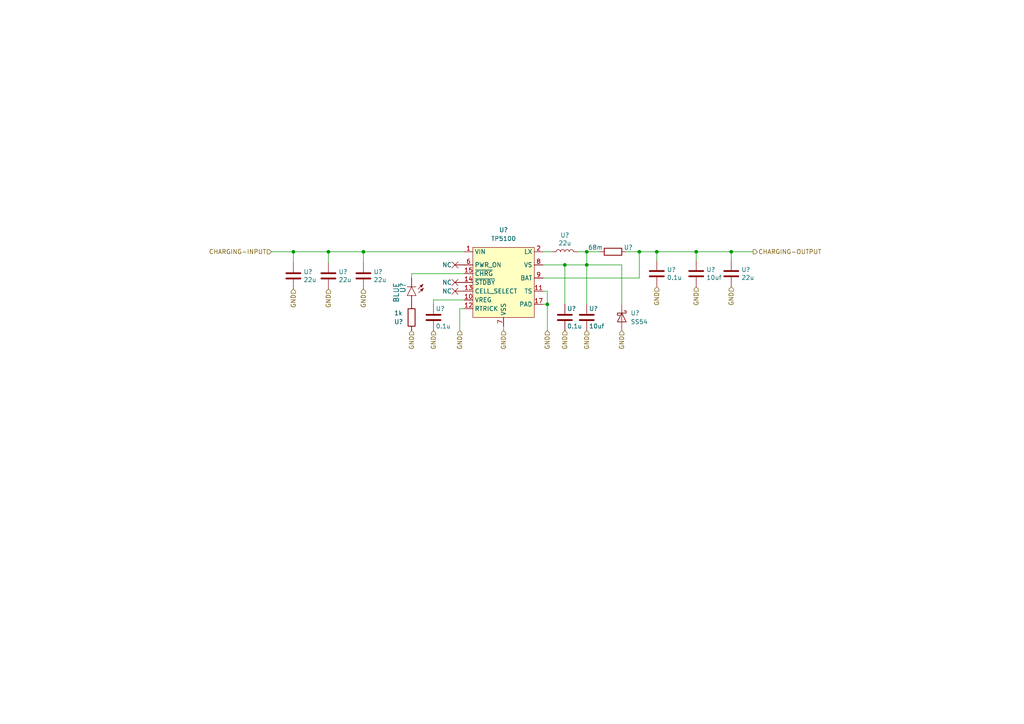
<source format=kicad_sch>
(kicad_sch (version 20211123) (generator eeschema)
  (paper "A4")
  (lib_symbols
    (symbol "B.B-rescue:C-Device-B.B-rescue-B.B-rescue" (pin_numbers hide) (pin_names (offset 0.254))
      (property "Reference" "C" (at 0.635 2.54 0))
      (property "Value" "C-Device-B.B-rescue-B.B-rescue" (at 0.635 -2.54 0))
      (symbol "C-Device-B.B-rescue-B.B-rescue_0_1"
        (polyline (pts (xy -2.032 -0.762) (xy 2.032 -0.762)) (stroke (width 0.508)))
        (polyline (pts (xy -2.032 0.762) (xy 2.032 0.762)) (stroke (width 0.508)))
      )
      (symbol "C-Device-B.B-rescue-B.B-rescue_1_1"
        (pin passive line (at 0 3.81 270) (length 2.794) (name "~") (number "1"))
        (pin passive line (at 0 -3.81 90) (length 2.794) (name "~") (number "2"))
      )
    )
    (symbol "B.B-rescue:D_Schottky-Device-B.B-rescue-B.B-rescue" (pin_numbers hide) (pin_names (offset 1.016) hide)
      (property "Reference" "D" (at 0 2.54 0))
      (property "Value" "D_Schottky-Device-B.B-rescue-B.B-rescue" (at 0 -2.54 0))
      (symbol "D_Schottky-Device-B.B-rescue-B.B-rescue_0_1"
        (polyline (pts (xy 1.27 0) (xy -1.27 0)))
        (polyline (pts (xy 1.27 1.27) (xy 1.27 -1.27) (xy -1.27 0) (xy 1.27 1.27)) (stroke (width 0.2032)))
        (polyline (pts (xy -1.905 0.635) (xy -1.905 1.27) (xy -1.27 1.27) (xy -1.27 -1.27) (xy -0.635 -1.27) (xy -0.635 -0.635)) (stroke (width 0.2032)))
      )
      (symbol "D_Schottky-Device-B.B-rescue-B.B-rescue_1_1"
        (pin passive line (at -3.81 0 0) (length 2.54) (name "K") (number "1"))
        (pin passive line (at 3.81 0 180) (length 2.54) (name "A") (number "2"))
      )
    )
    (symbol "B.B-rescue:LED-B.B-eagle-import-B.B-rescue" (pin_names (offset 1.016))
      (property "Reference" "LED" (at 3.556 -4.572 90))
      (property "Value" "LED-B.B-eagle-import-B.B-rescue" (at 5.715 -4.572 90))
      (symbol "LED-B.B-eagle-import-B.B-rescue_1_0"
        (polyline (pts (xy -2.032 -0.762) (xy -3.429 -2.159)))
        (polyline (pts (xy -1.905 -1.905) (xy -3.302 -3.302)))
        (polyline (pts (xy 0 -2.54) (xy -1.27 -2.54)))
        (polyline (pts (xy 0 -2.54) (xy -1.27 0)))
        (polyline (pts (xy 0 0) (xy -1.27 0)))
        (polyline (pts (xy 1.27 -2.54) (xy 0 -2.54)))
        (polyline (pts (xy 1.27 0) (xy 0 -2.54)))
        (polyline (pts (xy 1.27 0) (xy 0 0)))
        (polyline (pts (xy -3.429 -2.159) (xy -3.048 -1.27) (xy -2.54 -1.778)) (fill (type outline)))
        (polyline (pts (xy -3.302 -3.302) (xy -2.921 -2.413) (xy -2.413 -2.921)) (fill (type outline)))
        (pin passive line (at 0 -5.08 90) (length 2.54) (name "C") (number "1"))
        (pin passive line (at 0 2.54 270) (length 2.54) (name "A") (number "2"))
      )
    )
    (symbol "B.B-rescue:NC-B.B-eagle-import-B.B-rescue" (pin_names (offset 1.016))
      (symbol "NC-B.B-eagle-import-B.B-rescue_1_0"
        (polyline (pts (xy 1.778 0.889) (xy 2.667 0)))
        (polyline (pts (xy 2.667 0) (xy 1.778 -0.889)))
        (polyline (pts (xy 2.667 0) (xy 3.556 0.889)))
        (polyline (pts (xy 3.556 -0.889) (xy 2.667 0)))
        (pin bidirectional line (at 0 0 0) (length 2.54) (name "NC") (number "1"))
      )
    )
    (symbol "B.B-rescue:R-Device-B.B-rescue-B.B-rescue" (pin_numbers hide) (pin_names (offset 0))
      (property "Reference" "R" (at 2.032 0 90))
      (property "Value" "R-Device-B.B-rescue-B.B-rescue" (at 0 0 90))
      (symbol "R-Device-B.B-rescue-B.B-rescue_0_1"
        (rectangle (start -1.016 -2.54) (end 1.016 2.54) (stroke (width 0.254)))
      )
      (symbol "R-Device-B.B-rescue-B.B-rescue_1_1"
        (pin passive line (at 0 3.81 270) (length 1.27) (name "~") (number "1"))
        (pin passive line (at 0 -3.81 90) (length 1.27) (name "~") (number "2"))
      )
    )
    (symbol "Device:L" (pin_numbers hide) (pin_names (offset 1.016) hide)
      (property "Reference" "L" (at -1.27 0 90))
      (property "Value" "L" (at 1.905 0 90))
      (symbol "L_0_1"
        (arc (start 0 -2.54) (mid 0.635 -1.905) (end 0 -1.27))
        (arc (start 0 -1.27) (mid 0.635 -0.635) (end 0 0))
        (arc (start 0 0) (mid 0.635 0.635) (end 0 1.27))
        (arc (start 0 1.27) (mid 0.635 1.905) (end 0 2.54))
      )
      (symbol "L_1_1"
        (pin passive line (at 0 3.81 270) (length 1.27) (name "1") (number "1"))
        (pin passive line (at 0 -3.81 90) (length 1.27) (name "2") (number "2"))
      )
    )
    (symbol "Device:R" (pin_numbers hide) (pin_names (offset 0))
      (property "Reference" "R" (at 2.032 0 90))
      (property "Value" "R" (at 0 0 90))
      (symbol "R_0_1"
        (rectangle (start -1.016 -2.54) (end 1.016 2.54) (stroke (width 0.254)))
      )
      (symbol "R_1_1"
        (pin passive line (at 0 3.81 270) (length 1.27) (name "~") (number "1"))
        (pin passive line (at 0 -3.81 90) (length 1.27) (name "~") (number "2"))
      )
    )
    (symbol "RB3203-Lib:TP5100"
      (property "Reference" "U" (at 0 3.81 0))
      (property "Value" "TP5100" (at 0 1.27 0))
      (symbol "TP5100_0_1"
        (rectangle (start 8.89 -20.32) (end -8.89 0) (fill (type background)))
      )
      (symbol "TP5100_1_1"
        (pin power_in line (at -11.43 -1.27 0) (length 2.54) (name "VIN") (number "1"))
        (pin power_in line (at -11.43 -15.24 0) (length 2.54) (name "VREG") (number "10"))
        (pin input line (at 11.43 -12.7 180) (length 2.54) (name "TS") (number "11"))
        (pin input line (at -11.43 -17.78 0) (length 2.54) (name "RTRICK") (number "12"))
        (pin input line (at -11.43 -12.7 0) (length 2.54) (name "CELL_SELECT") (number "13"))
        (pin open_collector line (at -11.43 -10.16 0) (length 2.54) (name "~{STDBY}") (number "14"))
        (pin open_collector line (at -11.43 -7.62 0) (length 2.54) (name "~{CHRG}") (number "15"))
        (pin power_in line (at -11.43 -1.27 0) (length 2.54) hide (name "VIN") (number "16"))
        (pin passive line (at 11.43 -16.51 180) (length 2.54) (name "PAD") (number "17"))
        (pin power_out line (at 11.43 -1.27 180) (length 2.54) (name "LX") (number "2"))
        (pin power_out line (at 11.43 -1.27 180) (length 2.54) hide (name "LX") (number "3"))
        (pin power_in line (at -11.43 -1.27 0) (length 2.54) hide (name "VIN") (number "4"))
        (pin power_in line (at -11.43 -1.27 0) (length 2.54) hide (name "VIN") (number "5"))
        (pin input line (at -11.43 -5.08 0) (length 2.54) (name "PWR_ON") (number "6"))
        (pin power_in line (at 0 -22.86 90) (length 2.54) (name "VSS") (number "7"))
        (pin input line (at 11.43 -5.08 180) (length 2.54) (name "VS") (number "8"))
        (pin power_out line (at 11.43 -8.89 180) (length 2.54) (name "BAT") (number "9"))
      )
    )
  )
  (junction (at 201.93 73.025))
  (junction (at 170.18 76.835))
  (junction (at 190.5 73.025))
  (junction (at 158.75 88.265))
  (junction (at 85.09 73.025))
  (junction (at 95.25 73.025))
  (junction (at 212.09 73.025))
  (junction (at 185.42 73.025))
  (junction (at 105.41 73.025))
  (junction (at 170.18 73.025))
  (junction (at 163.83 76.835))
  (wire (pts (xy 85.09 76.2) (xy 85.09 73.025)))
  (wire (pts (xy 180.34 88.265) (xy 180.34 76.835)))
  (wire (pts (xy 170.18 73.025) (xy 167.64 73.025)))
  (wire (pts (xy 125.73 88.265) (xy 125.73 86.995)))
  (wire (pts (xy 170.18 76.835) (xy 180.34 76.835)))
  (wire (pts (xy 105.41 73.025) (xy 134.62 73.025)))
  (wire (pts (xy 157.48 73.025) (xy 160.02 73.025)))
  (wire (pts (xy 157.48 76.835) (xy 163.83 76.835)))
  (wire (pts (xy 201.93 75.565) (xy 201.93 73.025)))
  (wire (pts (xy 125.73 86.995) (xy 134.62 86.995)))
  (wire (pts (xy 201.93 73.025) (xy 212.09 73.025)))
  (wire (pts (xy 158.75 84.455) (xy 158.75 88.265)))
  (wire (pts (xy 170.18 76.835) (xy 170.18 73.025)))
  (wire (pts (xy 163.83 76.835) (xy 163.83 88.265)))
  (wire (pts (xy 133.35 89.535) (xy 134.62 89.535)))
  (wire (pts (xy 212.09 73.025) (xy 218.44 73.025)))
  (wire (pts (xy 157.48 88.265) (xy 158.75 88.265)))
  (wire (pts (xy 105.41 76.2) (xy 105.41 73.025)))
  (wire (pts (xy 212.09 75.565) (xy 212.09 73.025)))
  (wire (pts (xy 133.35 95.885) (xy 133.35 89.535)))
  (wire (pts (xy 158.75 88.265) (xy 158.75 95.885)))
  (wire (pts (xy 78.74 73.025) (xy 85.09 73.025)))
  (wire (pts (xy 119.38 79.375) (xy 119.38 80.645)))
  (wire (pts (xy 185.42 73.025) (xy 185.42 80.645)))
  (wire (pts (xy 157.48 84.455) (xy 158.75 84.455)))
  (wire (pts (xy 185.42 73.025) (xy 190.5 73.025)))
  (wire (pts (xy 190.5 75.565) (xy 190.5 73.025)))
  (wire (pts (xy 163.83 76.835) (xy 170.18 76.835)))
  (wire (pts (xy 170.18 76.835) (xy 170.18 88.265)))
  (wire (pts (xy 170.18 73.025) (xy 173.99 73.025)))
  (wire (pts (xy 185.42 73.025) (xy 181.61 73.025)))
  (wire (pts (xy 95.25 73.025) (xy 105.41 73.025)))
  (wire (pts (xy 95.25 73.025) (xy 85.09 73.025)))
  (wire (pts (xy 95.25 76.2) (xy 95.25 73.025)))
  (wire (pts (xy 134.62 79.375) (xy 119.38 79.375)))
  (wire (pts (xy 190.5 73.025) (xy 201.93 73.025)))
  (wire (pts (xy 157.48 80.645) (xy 185.42 80.645)))
  (wire (pts (xy 146.05 95.885) (xy 146.05 94.615)))
  (hierarchical_label "GND" (shape input) (at 158.75 95.885 270))
  (hierarchical_label "GND" (shape input) (at 85.09 83.82 270))
  (hierarchical_label "CHARGING-OUTPUT" (shape output) (at 218.44 73.025 0))
  (hierarchical_label "GND" (shape input) (at 180.34 95.885 270))
  (hierarchical_label "GND" (shape input) (at 170.18 95.885 270))
  (hierarchical_label "GND" (shape input) (at 163.83 95.885 270))
  (hierarchical_label "GND" (shape input) (at 105.41 83.82 270))
  (hierarchical_label "GND" (shape input) (at 146.05 95.885 270))
  (hierarchical_label "GND" (shape input) (at 119.38 95.885 270))
  (hierarchical_label "GND" (shape input) (at 201.93 83.185 270))
  (hierarchical_label "GND" (shape input) (at 190.5 83.185 270))
  (hierarchical_label "CHARGING-INPUT" (shape input) (at 78.74 73.025 180))
  (hierarchical_label "GND" (shape input) (at 212.09 83.185 270))
  (hierarchical_label "GND" (shape input) (at 133.35 95.885 270))
  (hierarchical_label "GND" (shape input) (at 125.73 95.885 270))
  (hierarchical_label "GND" (shape input) (at 95.25 83.82 270))
  (symbol (lib_id "B.B-rescue:LED-B.B-eagle-import-B.B-rescue") (at 119.38 85.725 180) (unit 1)
    (property "Reference" "U?" (at 116.84 81.915 90) (effects (font (size 1.4986 1.4986)) (justify left)))
    (property "Value" "BLUE" (at 114.935 81.915 90) (effects (font (size 1.4986 1.4986)) (justify left)))
    (property "Footprint" "LED_SMD:LED_0603_1608Metric" (effects hide))
    (property "LCSC" "C72041" (effects hide))
  )
  (symbol (lib_id "Device:R") (at 177.8 73.025 270) (unit 1)
    (property "Reference" "U?" (at 182.245 71.755 90))
    (property "Value" "68m" (at 172.72 71.755 90))
    (property "Footprint" "Resistor_SMD:R_1210_3225Metric" (effects hide))
    (property "LCSC" "C422195" (effects hide))
  )
  (symbol (lib_id "B.B-rescue:C-Device-B.B-rescue-B.B-rescue") (at 190.5 79.375 0) (unit 1)
    (property "Reference" "U?" (at 193.421 78.2066 0) (effects (justify left)))
    (property "Value" "0.1u" (at 193.421 80.518 0) (effects (justify left)))
    (property "Footprint" "Capacitor_SMD:C_0805_2012Metric" (effects hide))
    (property "LCSC" "C49678" (effects hide))
  )
  (symbol (lib_id "Device:L") (at 163.83 73.025 90) (unit 1)
    (property "Reference" "U?" (at 163.83 68.199 90))
    (property "Value" "22u" (at 163.83 70.5104 90))
    (property "Footprint" "RB3203-Lib:MCF-1040" (effects hide))
    (property "LCSC" "C169268" (effects hide))
  )
  (symbol (lib_id "B.B-rescue:NC-B.B-eagle-import-B.B-rescue") (at 134.62 76.835 180) (unit 1)
    (property "Reference" "U?" (effects hide))
    (property "Value" "NC" (effects hide))
  )
  (symbol (lib_id "B.B-rescue:NC-B.B-eagle-import-B.B-rescue") (at 134.62 84.455 180) (unit 1)
    (property "Reference" "U?" (effects hide))
    (property "Value" "NC" (effects hide))
  )
  (symbol (lib_id "B.B-rescue:C-Device-B.B-rescue-B.B-rescue") (at 85.09 80.01 0) (unit 1)
    (property "Reference" "U?" (at 88.011 78.8416 0) (effects (justify left)))
    (property "Value" "22u" (at 88.011 81.153 0) (effects (justify left)))
    (property "Footprint" "Capacitor_SMD:C_0805_2012Metric" (effects hide))
    (property "LCSC" "C45783" (effects hide))
  )
  (symbol (lib_id "B.B-rescue:NC-B.B-eagle-import-B.B-rescue") (at 134.62 81.915 180) (unit 1)
    (property "Reference" "U?" (effects hide))
    (property "Value" "NC" (effects hide))
  )
  (symbol (lib_id "B.B-rescue:C-Device-B.B-rescue-B.B-rescue") (at 105.41 80.01 0) (unit 1)
    (property "Reference" "U?" (at 108.331 78.8416 0) (effects (justify left)))
    (property "Value" "22u" (at 108.331 81.153 0) (effects (justify left)))
    (property "Footprint" "Capacitor_SMD:C_0805_2012Metric" (effects hide))
    (property "LCSC" "C45783" (effects hide))
  )
  (symbol (lib_id "B.B-rescue:C-Device-B.B-rescue-B.B-rescue") (at 95.25 80.01 0) (unit 1)
    (property "Reference" "U?" (at 98.171 78.8416 0) (effects (justify left)))
    (property "Value" "22u" (at 98.171 81.153 0) (effects (justify left)))
    (property "Footprint" "Capacitor_SMD:C_0805_2012Metric" (effects hide))
    (property "LCSC" "C45783" (effects hide))
  )
  (symbol (lib_id "RB3203-Lib:TP5100") (at 146.05 71.755 0) (unit 1)
    (property "Reference" "U?" (at 146.05 66.675 0))
    (property "Value" "TP5100" (at 146.05 69.215 0))
    (property "Footprint" "Package_DFN_QFN:QFN-16-1EP_4x4mm_P0.65mm_EP2.5x2.5mm_ThermalVias" (effects hide))
    (property "Datasheet" "https://datasheet.lcsc.com/szlcsc/1907031730_Nanjing-Extension-Microelectronics-TP5100_C379389.pdf" (effects hide))
    (property "LCSC" "C379389" (effects hide))
  )
  (symbol (lib_id "B.B-rescue:C-Device-B.B-rescue-B.B-rescue") (at 212.09 79.375 0) (unit 1)
    (property "Reference" "U?" (at 215.011 78.2066 0) (effects (justify left)))
    (property "Value" "22u" (at 215.011 80.518 0) (effects (justify left)))
    (property "Footprint" "Capacitor_SMD:C_0805_2012Metric" (effects hide))
    (property "LCSC" "C45783" (effects hide))
  )
  (symbol (lib_id "B.B-rescue:C-Device-B.B-rescue-B.B-rescue") (at 125.73 92.075 0) (unit 1)
    (property "Reference" "U?" (at 126.365 89.535 0) (effects (justify left)))
    (property "Value" "0.1u" (at 126.365 94.615 0) (effects (justify left)))
    (property "Footprint" "Capacitor_SMD:C_0805_2012Metric" (effects hide))
    (property "LCSC" "C49678" (effects hide))
  )
  (symbol (lib_id "B.B-rescue:C-Device-B.B-rescue-B.B-rescue") (at 170.18 92.075 0) (unit 1)
    (property "Reference" "U?" (at 170.815 89.535 0) (effects (justify left)))
    (property "Value" "10uf" (at 170.815 94.615 0) (effects (justify left)))
    (property "Footprint" "Capacitor_SMD:C_0805_2012Metric" (effects hide))
    (property "LCSC" "C15850" (effects hide))
  )
  (symbol (lib_id "B.B-rescue:R-Device-B.B-rescue-B.B-rescue") (at 119.38 92.075 180) (unit 1)
    (property "Reference" "U?" (at 114.3 93.345 0) (effects (justify right)))
    (property "Value" "1k" (at 114.3 90.805 0) (effects (justify right)))
    (property "Footprint" "Resistor_SMD:R_0402_1005Metric" (effects hide))
    (property "LCSC" "C11702" (effects hide))
  )
  (symbol (lib_id "B.B-rescue:D_Schottky-Device-B.B-rescue-B.B-rescue") (at 180.34 92.075 270) (unit 1)
    (property "Reference" "U?" (at 182.88 90.805 90) (effects (justify left)))
    (property "Value" "SS54" (at 182.88 93.345 90) (effects (justify left)))
    (property "Footprint" "BB:DO-214AC" (effects hide))
    (property "Datasheet" "https://datasheet.lcsc.com/szlcsc/1903061001_MDD-Jiangsu-Yutai-Elec-SS54_C22452.pdf" (effects hide))
    (property "LCSC" "C22452" (effects hide))
  )
  (symbol (lib_id "B.B-rescue:C-Device-B.B-rescue-B.B-rescue") (at 201.93 79.375 0) (unit 1)
    (property "Reference" "U?" (at 204.851 78.2066 0) (effects (justify left)))
    (property "Value" "10uf" (at 204.851 80.518 0) (effects (justify left)))
    (property "Footprint" "Capacitor_SMD:C_0805_2012Metric" (effects hide))
    (property "LCSC" "C15850" (effects hide))
  )
  (symbol (lib_id "B.B-rescue:C-Device-B.B-rescue-B.B-rescue") (at 163.83 92.075 0) (unit 1)
    (property "Reference" "U?" (at 164.465 89.535 0) (effects (justify left)))
    (property "Value" "0.1u" (at 164.465 94.615 0) (effects (justify left)))
    (property "Footprint" "Capacitor_SMD:C_0805_2012Metric" (effects hide))
    (property "LCSC" "C49678" (effects hide))
  )
)
</source>
